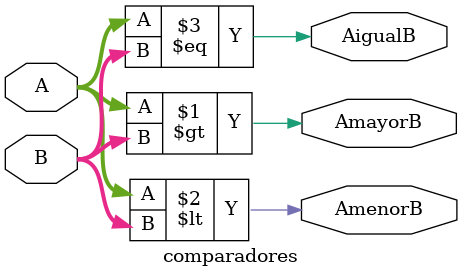
<source format=v>
module comparadores(
//entradas y salidas
//modo tipo ancho nombre
 input [4:0] A,B,
 output AmayorB,AmenorB,AigualB
);
assign AmayorB=(A>B);
assign AmenorB=(A<B);
assign AigualB=(A==B);
endmodule

</source>
